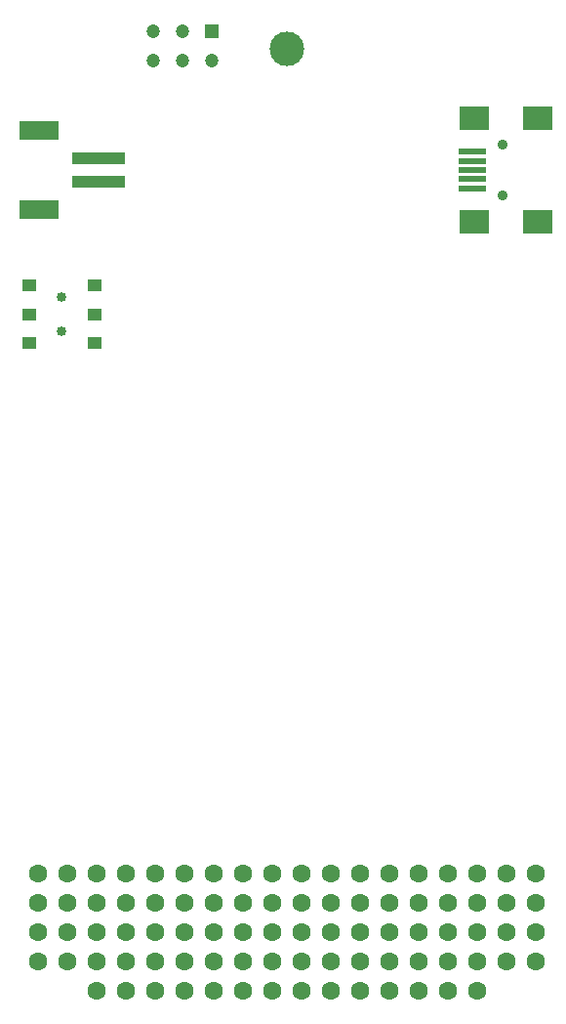
<source format=gbr>
G04 DipTrace 2.4.0.2*
%INBottomMask.gbr*%
%MOIN*%
%ADD31C,0.0472*%
%ADD32R,0.0472X0.0472*%
%ADD37C,0.0354*%
%ADD38C,0.1181*%
%ADD39C,0.0335*%
%ADD42C,0.063*%
%ADD48R,0.1024X0.0827*%
%ADD50R,0.0945X0.0236*%
%FSLAX44Y44*%
G04*
G70*
G90*
G75*
G01*
%LNBotMask*%
%LPD*%
D50*
X16201Y30157D3*
Y29843D3*
Y29528D3*
Y29213D3*
Y28898D3*
D48*
X16240Y31280D3*
Y27776D3*
X18406Y31280D3*
Y27776D3*
D37*
X17224Y30394D3*
Y28661D3*
G36*
X2520Y28937D2*
Y29331D1*
X4331D1*
Y28937D1*
X2520D1*
G37*
G36*
Y29724D2*
Y30118D1*
X4331D1*
Y29724D1*
X2520D1*
G37*
G36*
X709Y31181D2*
X2047D1*
Y30551D1*
X709D1*
Y31181D1*
G37*
G36*
Y28504D2*
X2047D1*
Y27874D1*
X709D1*
Y28504D1*
G37*
D38*
X9843Y33661D3*
D31*
X7299Y33260D3*
D32*
Y34260D3*
D31*
X6299Y33260D3*
Y34260D3*
X5299Y33260D3*
Y34260D3*
D42*
X3343Y1543D3*
X4343D3*
X5343D3*
X6343D3*
X7343D3*
X8343D3*
X9343D3*
X10343D3*
X11343D3*
X12343D3*
X13343D3*
X14343D3*
X15343D3*
X16343D3*
X18343Y2543D3*
X17343D3*
X16343D3*
X15343D3*
X14343D3*
X13343D3*
X12343D3*
X11343D3*
X10343D3*
X9343D3*
X8343D3*
X7343D3*
X6343D3*
X5343D3*
X4343D3*
X3343D3*
X2343D3*
X1343D3*
Y3543D3*
X2343D3*
X3343D3*
X4343D3*
X5343D3*
X6343D3*
X7343D3*
X8343D3*
X9343D3*
X10343D3*
X11343D3*
X12343D3*
X13343D3*
X14343D3*
X15343D3*
X16343D3*
X17343D3*
X18343D3*
Y4543D3*
X17343D3*
X16343D3*
X15343D3*
X14343D3*
X13343D3*
X12343D3*
X11343D3*
X10343D3*
X9343D3*
X8343D3*
X7343D3*
X6343D3*
X5343D3*
X4343D3*
X3343D3*
X2343D3*
X1343D3*
Y5543D3*
X2343D3*
X3343D3*
X4343D3*
X5343D3*
X6343D3*
X7343D3*
X8343D3*
X9343D3*
X10343D3*
X11343D3*
X12343D3*
X13343D3*
X14343D3*
X15343D3*
X16343D3*
X17343D3*
X18343D3*
G36*
X3504Y23819D2*
Y23425D1*
X3051D1*
Y23819D1*
X3504D1*
G37*
G36*
Y24803D2*
Y24409D1*
X3051D1*
Y24803D1*
X3504D1*
G37*
G36*
Y25787D2*
Y25394D1*
X3051D1*
Y25787D1*
X3504D1*
G37*
G36*
X1280Y23819D2*
Y23425D1*
X827D1*
Y23819D1*
X1280D1*
G37*
G36*
Y24803D2*
Y24409D1*
X827D1*
Y24803D1*
X1280D1*
G37*
G36*
Y25787D2*
Y25394D1*
X827D1*
Y25787D1*
X1280D1*
G37*
D39*
X2165Y25197D3*
Y24016D3*
M02*

</source>
